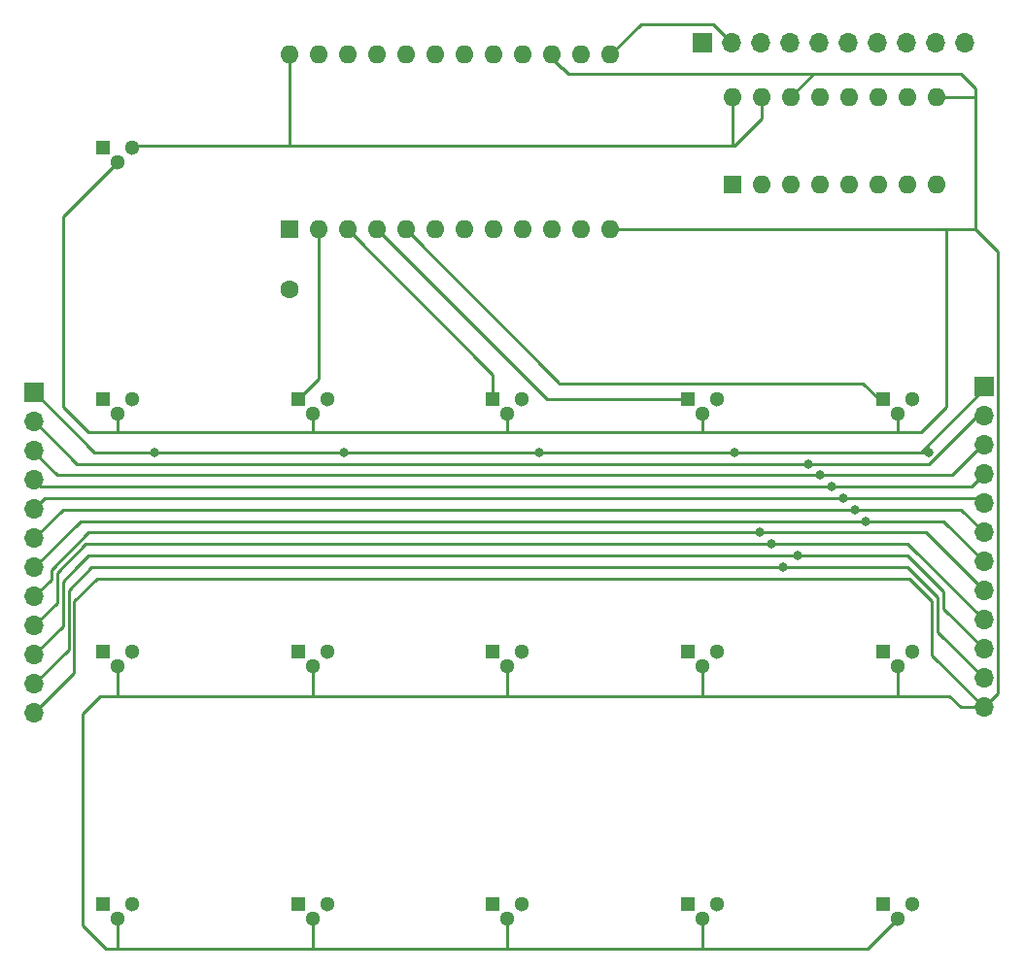
<source format=gbl>
G04 #@! TF.GenerationSoftware,KiCad,Pcbnew,7.0.6*
G04 #@! TF.CreationDate,2023-08-02T15:09:40-04:00*
G04 #@! TF.ProjectId,Turing Machine State,54757269-6e67-4204-9d61-6368696e6520,rev?*
G04 #@! TF.SameCoordinates,Original*
G04 #@! TF.FileFunction,Copper,L2,Bot*
G04 #@! TF.FilePolarity,Positive*
%FSLAX46Y46*%
G04 Gerber Fmt 4.6, Leading zero omitted, Abs format (unit mm)*
G04 Created by KiCad (PCBNEW 7.0.6) date 2023-08-02 15:09:40*
%MOMM*%
%LPD*%
G01*
G04 APERTURE LIST*
G04 #@! TA.AperFunction,ComponentPad*
%ADD10C,1.300000*%
G04 #@! TD*
G04 #@! TA.AperFunction,ComponentPad*
%ADD11O,1.600000X1.600000*%
G04 #@! TD*
G04 #@! TA.AperFunction,ComponentPad*
%ADD12R,1.600000X1.600000*%
G04 #@! TD*
G04 #@! TA.AperFunction,ComponentPad*
%ADD13O,1.700000X1.700000*%
G04 #@! TD*
G04 #@! TA.AperFunction,ComponentPad*
%ADD14R,1.700000X1.700000*%
G04 #@! TD*
G04 #@! TA.AperFunction,ComponentPad*
%ADD15R,1.300000X1.300000*%
G04 #@! TD*
G04 #@! TA.AperFunction,ViaPad*
%ADD16C,0.800000*%
G04 #@! TD*
G04 #@! TA.AperFunction,ViaPad*
%ADD17C,1.600000*%
G04 #@! TD*
G04 #@! TA.AperFunction,Conductor*
%ADD18C,0.250000*%
G04 #@! TD*
G04 APERTURE END LIST*
D10*
X58771400Y-94139600D03*
X109771400Y-94139600D03*
X74501400Y-117409600D03*
X126771400Y-94139600D03*
X92771400Y-116139600D03*
X108501400Y-73409600D03*
X125501400Y-73409600D03*
X75771400Y-94139600D03*
X91501400Y-73409600D03*
X57501400Y-51409600D03*
X57501400Y-117409600D03*
X57501400Y-95409600D03*
X125501400Y-117409600D03*
X109771400Y-116139600D03*
X91501400Y-117409600D03*
X108501400Y-95409600D03*
D11*
X116170000Y-45750000D03*
D12*
X111090000Y-53370000D03*
D11*
X113630000Y-53370000D03*
X116170000Y-53370000D03*
X118710000Y-53370000D03*
X121250000Y-53370000D03*
X123790000Y-53370000D03*
X126330000Y-53370000D03*
X128870000Y-53370000D03*
X118710000Y-45750000D03*
X126330000Y-45750000D03*
X128870000Y-45750000D03*
X123790000Y-45750000D03*
X121250000Y-45750000D03*
X111090000Y-45750000D03*
X113630000Y-45750000D03*
D10*
X74501400Y-95409600D03*
X75771400Y-116139600D03*
D13*
X50250000Y-74090000D03*
X50250000Y-76630000D03*
X50250000Y-79170000D03*
X50250000Y-81710000D03*
X50250000Y-84250000D03*
X50250000Y-86790000D03*
X50250000Y-99490000D03*
D14*
X50250000Y-71550000D03*
D13*
X50250000Y-89330000D03*
X50250000Y-91870000D03*
X50250000Y-94410000D03*
X50250000Y-96950000D03*
D10*
X74501400Y-73409600D03*
X58771400Y-50139600D03*
D12*
X72491600Y-57327800D03*
D11*
X95351600Y-42087800D03*
X100431600Y-57327800D03*
X92811600Y-57327800D03*
X90271600Y-57327800D03*
X87731600Y-57327800D03*
X85191600Y-57327800D03*
X82651600Y-57327800D03*
X80111600Y-57327800D03*
X77571600Y-57327800D03*
X75031600Y-57327800D03*
X75031600Y-42087800D03*
X77571600Y-42087800D03*
X80111600Y-42087800D03*
X82651600Y-42087800D03*
X85191600Y-42087800D03*
X87731600Y-42087800D03*
X90271600Y-42087800D03*
X92811600Y-42087800D03*
X95351600Y-57327800D03*
X97891600Y-57327800D03*
X97891600Y-42087800D03*
X100431600Y-42087800D03*
X72491600Y-42087800D03*
D10*
X108501400Y-117409600D03*
D13*
X133000000Y-73590000D03*
X133000000Y-76130000D03*
X133000000Y-78670000D03*
X133000000Y-81210000D03*
X133000000Y-83750000D03*
X133000000Y-86290000D03*
X133000000Y-98990000D03*
D14*
X133000000Y-71050000D03*
D13*
X133000000Y-88830000D03*
X133000000Y-91370000D03*
X133000000Y-93910000D03*
X133000000Y-96450000D03*
D10*
X58771400Y-72139600D03*
D13*
X121210000Y-41000000D03*
X128830000Y-41000000D03*
X126290000Y-41000000D03*
X123750000Y-41000000D03*
X131370000Y-41000000D03*
D14*
X108510000Y-41000000D03*
D13*
X118670000Y-41000000D03*
X116130000Y-41000000D03*
X113590000Y-41000000D03*
X111050000Y-41000000D03*
D10*
X92771400Y-94139600D03*
X91501400Y-95409600D03*
X109771400Y-72139600D03*
X58771400Y-116139600D03*
X57501400Y-73409600D03*
X92771400Y-72139600D03*
X75771400Y-72139600D03*
X126771400Y-72139600D03*
X125501400Y-95409600D03*
X126771400Y-116139600D03*
D15*
X56231400Y-72139600D03*
X90231400Y-94139600D03*
X107231400Y-116139600D03*
X56231400Y-50139600D03*
X73231400Y-116139600D03*
X56231400Y-116139600D03*
X56231400Y-94139600D03*
X124231400Y-94139600D03*
X124231400Y-72139600D03*
X90231400Y-116139600D03*
X73231400Y-72139600D03*
X73231400Y-94139600D03*
X90231400Y-72139600D03*
X107231400Y-72139600D03*
X124231400Y-116139600D03*
X107231400Y-94139600D03*
D16*
X94250000Y-76750000D03*
X118750000Y-78750000D03*
D17*
X72500000Y-62500000D03*
D16*
X60750000Y-76750000D03*
X77250000Y-76750000D03*
X119750000Y-79750000D03*
X121750000Y-81750000D03*
X115500000Y-86750000D03*
X117750000Y-77750000D03*
X111250000Y-76750000D03*
X116750000Y-85750000D03*
X113500000Y-83750000D03*
X122750000Y-82750000D03*
X120750000Y-80750000D03*
X128250000Y-76750000D03*
X114500000Y-84750000D03*
D18*
X129750000Y-57327800D02*
X130750000Y-57327800D01*
X51750000Y-87000000D02*
X55000000Y-83750000D01*
X54000000Y-77750000D02*
X50340000Y-74090000D01*
X128250000Y-43750000D02*
X96763800Y-43750000D01*
X108501400Y-119998600D02*
X108500000Y-120000000D01*
X119750000Y-79750000D02*
X50830000Y-79750000D01*
X54290000Y-82750000D02*
X50250000Y-86790000D01*
X134250000Y-59250000D02*
X132250000Y-57250000D01*
X118170000Y-43750000D02*
X116170000Y-45750000D01*
X132950000Y-71300000D02*
X132950000Y-71050000D01*
X122911000Y-120000000D02*
X125501400Y-117409600D01*
X126380000Y-84750000D02*
X133000000Y-91370000D01*
X74500000Y-75000000D02*
X57500000Y-75000000D01*
X129000000Y-92450000D02*
X133000000Y-96450000D01*
X55000000Y-75000000D02*
X52750000Y-72750000D01*
X100431600Y-42087800D02*
X103119400Y-39400000D01*
X53750000Y-95990000D02*
X53750000Y-89750000D01*
X74500000Y-98000000D02*
X57500000Y-98000000D01*
X94250000Y-76750000D02*
X111250000Y-76750000D01*
X75031600Y-70339400D02*
X73231400Y-72139600D01*
X57501400Y-95409600D02*
X57501400Y-97998600D01*
X50250000Y-96950000D02*
X53250000Y-93950000D01*
X96000000Y-70676200D02*
X96000000Y-70750000D01*
X94923400Y-72139600D02*
X80111600Y-57327800D01*
X132250000Y-45000000D02*
X131000000Y-43750000D01*
X111250000Y-76750000D02*
X128250000Y-76750000D01*
X52250000Y-89870000D02*
X52250000Y-87250000D01*
X131920000Y-79750000D02*
X133000000Y-78670000D01*
X50335000Y-89330000D02*
X50250000Y-89330000D01*
X54000000Y-86750000D02*
X52750000Y-88000000D01*
X52750000Y-56161000D02*
X57501400Y-51409600D01*
X108750000Y-98000000D02*
X108500000Y-98000000D01*
X52750000Y-88000000D02*
X52750000Y-91910000D01*
X50250000Y-76750000D02*
X52250000Y-78750000D01*
X91501400Y-97998600D02*
X91500000Y-98000000D01*
X55750000Y-87750000D02*
X126500000Y-87750000D01*
X103119400Y-39400000D02*
X109450000Y-39400000D01*
X128500000Y-94490000D02*
X133000000Y-98990000D01*
X108501400Y-73409600D02*
X108501400Y-74998600D01*
X125501400Y-97998600D02*
X125500000Y-98000000D01*
X74501400Y-95409600D02*
X74501400Y-97998600D01*
X82651600Y-57327800D02*
X96000000Y-70676200D01*
X125500000Y-98000000D02*
X108750000Y-98000000D01*
X119750000Y-79750000D02*
X131920000Y-79750000D01*
X111250000Y-50000000D02*
X111090000Y-49840000D01*
X129000000Y-89375000D02*
X129000000Y-92450000D01*
X50250000Y-89330000D02*
X51750000Y-87830000D01*
X53250000Y-88750000D02*
X55250000Y-86750000D01*
X74501400Y-119998600D02*
X74500000Y-120000000D01*
X130990000Y-98990000D02*
X133000000Y-98990000D01*
X128250000Y-77750000D02*
X132410000Y-73590000D01*
X117750000Y-77750000D02*
X54000000Y-77750000D01*
X129460000Y-82750000D02*
X133000000Y-86290000D01*
X74501400Y-97998600D02*
X74500000Y-98000000D01*
X131000000Y-43750000D02*
X128250000Y-43750000D01*
X111090000Y-49840000D02*
X111090000Y-45750000D01*
X74750000Y-50000000D02*
X111250000Y-50000000D01*
X52250000Y-87250000D02*
X54750000Y-84750000D01*
X74501400Y-73409600D02*
X74501400Y-74998600D01*
X108500000Y-75000000D02*
X91500000Y-75000000D01*
X58911000Y-50000000D02*
X75000000Y-50000000D01*
X52750000Y-91910000D02*
X50250000Y-94410000D01*
X52250000Y-78750000D02*
X130250000Y-78750000D01*
X120750000Y-80750000D02*
X51210000Y-80750000D01*
X108501400Y-97998600D02*
X108500000Y-98000000D01*
X132870000Y-76130000D02*
X133000000Y-76130000D01*
X74501400Y-117409600D02*
X74501400Y-119998600D01*
X132700000Y-71050000D02*
X133000000Y-71050000D01*
X132410000Y-73590000D02*
X133000000Y-73590000D01*
X54000000Y-86750000D02*
X55000000Y-85750000D01*
X108501400Y-117409600D02*
X108501400Y-119998600D01*
X50250000Y-91870000D02*
X52250000Y-89870000D01*
X107231400Y-72139600D02*
X94923400Y-72139600D01*
X52750000Y-72750000D02*
X52750000Y-56161000D01*
X130000000Y-98000000D02*
X125500000Y-98000000D01*
X56500000Y-120000000D02*
X57500000Y-120000000D01*
X127920000Y-83750000D02*
X133000000Y-88830000D01*
X127500000Y-76750000D02*
X132950000Y-71300000D01*
X53750000Y-89750000D02*
X55750000Y-87750000D01*
X122750000Y-82750000D02*
X54290000Y-82750000D01*
X129500000Y-90410000D02*
X133000000Y-93910000D01*
X55250000Y-86750000D02*
X126375000Y-86750000D01*
X125500000Y-75000000D02*
X108500000Y-75000000D01*
X125502800Y-75000000D02*
X127500000Y-75000000D01*
X90231400Y-69987600D02*
X77571600Y-57327800D01*
X128500000Y-89750000D02*
X128500000Y-94490000D01*
X108500000Y-98000000D02*
X91500000Y-98000000D01*
X57501400Y-117409600D02*
X57501400Y-119998600D01*
X122750000Y-82750000D02*
X129460000Y-82750000D01*
X91501400Y-73409600D02*
X91501400Y-74998600D01*
X133000000Y-83750000D02*
X131000000Y-81750000D01*
X109450000Y-39400000D02*
X111050000Y-41000000D01*
X126375000Y-85750000D02*
X129500000Y-88875000D01*
X57500000Y-98000000D02*
X56000000Y-98000000D01*
X50250000Y-76630000D02*
X50250000Y-76750000D01*
X113630000Y-47620000D02*
X113630000Y-45750000D01*
X57501400Y-97998600D02*
X57500000Y-98000000D01*
X77250000Y-76750000D02*
X60750000Y-76750000D01*
X57500000Y-120000000D02*
X74500000Y-120000000D01*
X122500000Y-70750000D02*
X123889600Y-72139600D01*
X126500000Y-87750000D02*
X128500000Y-89750000D01*
X50830000Y-79750000D02*
X50250000Y-79170000D01*
X56000000Y-98000000D02*
X54500000Y-99500000D01*
X125501400Y-74998600D02*
X125500000Y-75000000D01*
X129500000Y-88875000D02*
X129500000Y-90410000D01*
X132250000Y-45750000D02*
X132250000Y-45000000D01*
X91500000Y-120000000D02*
X108500000Y-120000000D01*
X55500000Y-76750000D02*
X50300000Y-71550000D01*
X130750000Y-57327800D02*
X132181600Y-57327800D01*
X91501400Y-119998600D02*
X91500000Y-120000000D01*
X117750000Y-77750000D02*
X128250000Y-77750000D01*
X57501400Y-73409600D02*
X57501400Y-74998600D01*
X120750000Y-80750000D02*
X132540000Y-80750000D01*
X127500000Y-75000000D02*
X129750000Y-72750000D01*
X57501400Y-119998600D02*
X57500000Y-120000000D01*
X50250000Y-99490000D02*
X53750000Y-95990000D01*
X77250000Y-76750000D02*
X94250000Y-76750000D01*
X75031600Y-41781600D02*
X75031600Y-42087800D01*
X57501400Y-74998600D02*
X57500000Y-75000000D01*
X52750000Y-81750000D02*
X50250000Y-84250000D01*
X134250000Y-97740000D02*
X134250000Y-59250000D01*
X132250000Y-57250000D02*
X132250000Y-45750000D01*
X91501400Y-74998600D02*
X91500000Y-75000000D01*
X129750000Y-72750000D02*
X129750000Y-57327800D01*
X60750000Y-76750000D02*
X55500000Y-76750000D01*
X111250000Y-50000000D02*
X113630000Y-47620000D01*
X72500000Y-50000000D02*
X72500000Y-42096200D01*
X51210000Y-80750000D02*
X50250000Y-81710000D01*
X132250000Y-45750000D02*
X128870000Y-45750000D01*
X91500000Y-98000000D02*
X74500000Y-98000000D01*
X91501400Y-117409600D02*
X91501400Y-119998600D01*
X91500000Y-75000000D02*
X74500000Y-75000000D01*
X125501400Y-95409600D02*
X125501400Y-97998600D01*
X55000000Y-85750000D02*
X126375000Y-85750000D01*
X53250000Y-93950000D02*
X53250000Y-88750000D01*
X91501400Y-95409600D02*
X91501400Y-97998600D01*
X90231400Y-72139600D02*
X90231400Y-69987600D01*
X130250000Y-78750000D02*
X132870000Y-76130000D01*
X132540000Y-80750000D02*
X133000000Y-81210000D01*
X130000000Y-98000000D02*
X130990000Y-98990000D01*
X125501400Y-74998600D02*
X125502800Y-75000000D01*
X118250000Y-43750000D02*
X118170000Y-43750000D01*
X108500000Y-120000000D02*
X122911000Y-120000000D01*
X54750000Y-84750000D02*
X126380000Y-84750000D01*
X51750000Y-87830000D02*
X51750000Y-87000000D01*
X133000000Y-98990000D02*
X134250000Y-97740000D01*
X108501400Y-95409600D02*
X108501400Y-97998600D01*
X131000000Y-81750000D02*
X52750000Y-81750000D01*
X50300000Y-71550000D02*
X50250000Y-71550000D01*
X55000000Y-83750000D02*
X127920000Y-83750000D01*
X108501400Y-74998600D02*
X108500000Y-75000000D01*
X50340000Y-74090000D02*
X50250000Y-74090000D01*
X72500000Y-42096200D02*
X72491600Y-42087800D01*
X96763800Y-43750000D02*
X96263800Y-43250000D01*
X54500000Y-118000000D02*
X56500000Y-120000000D01*
X126375000Y-86750000D02*
X129000000Y-89375000D01*
X95351600Y-42351600D02*
X95351600Y-42087800D01*
X123889600Y-72139600D02*
X124231400Y-72139600D01*
X74501400Y-74998600D02*
X74500000Y-75000000D01*
X58771400Y-50139600D02*
X58911000Y-50000000D01*
X96000000Y-70750000D02*
X122500000Y-70750000D01*
X54500000Y-99500000D02*
X54500000Y-118000000D01*
X100431600Y-57327800D02*
X130750000Y-57327800D01*
X96250000Y-43250000D02*
X95351600Y-42351600D01*
X125501400Y-73409600D02*
X125501400Y-74998600D01*
X74500000Y-120000000D02*
X91500000Y-120000000D01*
X75031600Y-57327800D02*
X75031600Y-70339400D01*
X57500000Y-75000000D02*
X55000000Y-75000000D01*
M02*

</source>
